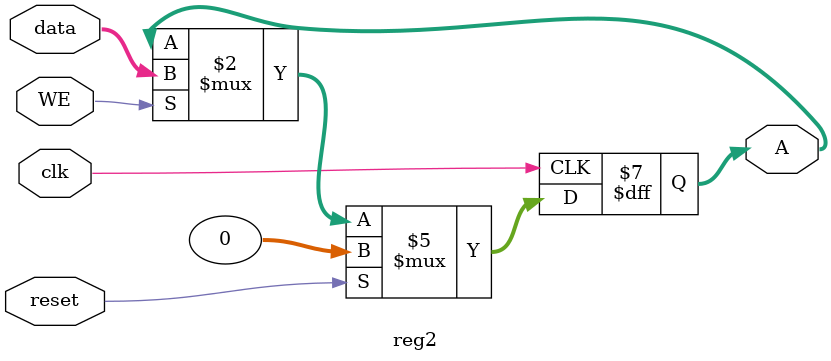
<source format=v>
module reg2 #(parameter W=32) (input clk,reset,WE,input [W-1:0] data,
output reg [W-1:0] A);

always @(posedge clk)
begin
	if(reset) A<=0;    
	else if(WE) A<=data;  //data can be loaded only if write is enabled
end
endmodule	
	

</source>
